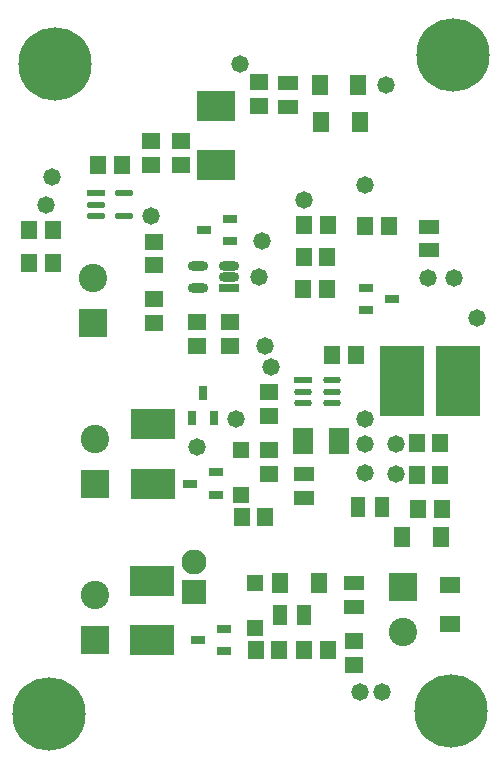
<source format=gts>
%FSTAX24Y24*%
%MOIN*%
%SFA1B1*%

%IPPOS*%
%AMD26*
4,1,8,0.019200,0.011100,-0.019200,0.011100,-0.030300,0.000000,-0.030300,0.000000,-0.019200,-0.011100,0.019200,-0.011100,0.030300,0.000000,0.030300,0.000000,0.019200,0.011100,0.0*
1,1,0.022200,0.019200,0.000000*
1,1,0.022200,-0.019200,0.000000*
1,1,0.022200,-0.019200,0.000000*
1,1,0.022200,0.019200,0.000000*
%
%AMD28*
4,1,8,0.022400,0.009800,-0.022400,0.009800,-0.032200,0.000000,-0.032200,0.000000,-0.022400,-0.009800,0.022400,-0.009800,0.032200,0.000000,0.032200,0.000000,0.022400,0.009800,0.0*
1,1,0.019600,0.022400,0.000000*
1,1,0.019600,-0.022400,0.000000*
1,1,0.019600,-0.022400,0.000000*
1,1,0.019600,0.022400,0.000000*
%
%AMD52*
4,1,8,-0.019200,-0.015100,0.019200,-0.015100,0.034300,0.000000,0.034300,0.000000,0.019200,0.015100,-0.019200,0.015100,-0.034300,0.000000,-0.034300,0.000000,-0.019200,-0.015100,0.0*
1,1,0.030200,-0.019200,0.000000*
1,1,0.030200,0.019200,0.000000*
1,1,0.030200,0.019200,0.000000*
1,1,0.030200,-0.019200,0.000000*
%
%ADD25R,0.060600X0.022300*%
G04~CAMADD=26~8~0.0~0.0~606.0~223.0~111.0~0.0~15~0.0~0.0~0.0~0.0~0~0.0~0.0~0.0~0.0~0~0.0~0.0~0.0~0.0~606.0~223.0*
%ADD26D26*%
%ADD27R,0.064500X0.019700*%
G04~CAMADD=28~8~0.0~0.0~645.0~197.0~98.0~0.0~15~0.0~0.0~0.0~0.0~0~0.0~0.0~0.0~0.0~0~0.0~0.0~0.0~0.0~645.0~197.0*
%ADD28D28*%
%ADD44R,0.067100X0.047400*%
%ADD45R,0.047400X0.067100*%
%ADD46R,0.055200X0.067100*%
%ADD47R,0.067100X0.055200*%
%ADD48R,0.126000X0.098400*%
%ADD49R,0.145700X0.098400*%
%ADD50R,0.051300X0.031600*%
%ADD51R,0.031600X0.051300*%
G04~CAMADD=52~8~0.0~0.0~686.0~303.0~151.0~0.0~15~0.0~0.0~0.0~0.0~0~0.0~0.0~0.0~0.0~0~0.0~0.0~0.0~180.0~685.0~302.0*
%ADD52D52*%
%ADD53R,0.068600X0.030300*%
%ADD54R,0.056000X0.055200*%
%ADD55R,0.145800X0.232400*%
%ADD56R,0.063100X0.055200*%
%ADD57R,0.055200X0.063100*%
%ADD58R,0.071000X0.086700*%
%ADD59R,0.055200X0.063100*%
%ADD60R,0.063100X0.055200*%
%ADD61C,0.244200*%
%ADD62C,0.082800*%
%ADD63R,0.082800X0.082800*%
%ADD64C,0.094600*%
%ADD65R,0.094600X0.094600*%
%ADD66C,0.058000*%
%LNpcb_iot_source-1*%
%LPD*%
G54D25*
X009836Y012549D03*
G54D26*
X009836Y012175D03*
Y011801D03*
X010793D03*
Y012175D03*
Y012549D03*
G54D27*
X002946Y01878D03*
G54D28*
X002946Y018406D03*
Y018032D03*
X003865D03*
Y01878D03*
G54D44*
X009882Y008632D03*
Y009419D03*
X00935Y021663D03*
Y022451D03*
X011555Y005002D03*
Y005789D03*
X014026Y01688D03*
Y017667D03*
G54D45*
X012461Y008317D03*
X011673D03*
X009872Y004715D03*
X009085D03*
G54D46*
X010439Y021152D03*
X011726D03*
X0104Y022411D03*
X011687D03*
X013142Y007333D03*
X014429D03*
X010372Y005789D03*
X009085D03*
G54D47*
X014744Y005719D03*
Y004431D03*
G54D48*
X006949Y021703D03*
Y019734D03*
G54D49*
X004852Y00911D03*
Y011079D03*
X004813Y003888D03*
Y005856D03*
G54D50*
X006066Y00911D03*
X006926Y00948D03*
Y00874D03*
X012802Y015256D03*
X011942Y014886D03*
Y015626D03*
X006332Y003898D03*
X007192Y004268D03*
Y003528D03*
X006539Y017569D03*
X007398Y017939D03*
Y017199D03*
G54D51*
X006516Y012143D03*
X006886Y011283D03*
X006146D03*
G54D52*
X006332Y01562D03*
Y016368D03*
X007388D03*
Y015994D03*
G54D53*
X007388Y01562D03*
G54D54*
X007785Y010238D03*
Y008738D03*
X008248Y005789D03*
Y004289D03*
G54D55*
X015Y01253D03*
X01315D03*
G54D56*
X008691Y011378D03*
Y012165D03*
X008711Y010226D03*
Y009439D03*
X008366Y021703D03*
Y02249D03*
X007421Y014498D03*
Y013711D03*
X004872Y014468D03*
Y015256D03*
Y016383D03*
Y017171D03*
X011555Y003858D03*
Y003071D03*
G54D57*
X013681Y008278D03*
X014468D03*
X007795Y007982D03*
X008583D03*
X003799Y019734D03*
X003012D03*
X01064Y0156D03*
X009852D03*
X012697Y017687D03*
X011909D03*
X01065Y016663D03*
X009862D03*
X010659Y017736D03*
X009872D03*
X009882Y003553D03*
X010669D03*
X008257Y003554D03*
X009044D03*
G54D58*
X009852Y010541D03*
X011033D03*
G54D59*
X010807Y013396D03*
X011594D03*
X014419Y010453D03*
X013632D03*
X014419Y0094D03*
X013632D03*
X001506Y016476D03*
X000719D03*
X001506Y017549D03*
X000719D03*
G54D60*
X004783Y019734D03*
Y020522D03*
X005768Y019734D03*
Y020522D03*
X006319Y014498D03*
Y013711D03*
G54D61*
X001358Y001427D03*
X001575Y0231D03*
X014823Y023396D03*
X014783Y001545D03*
G54D62*
X006191Y006496D03*
G54D63*
X006191Y005496D03*
G54D64*
X002904Y01061D03*
X002835Y015969D03*
X002904Y005384D03*
X013159Y004163D03*
G54D65*
X002904Y00911D03*
X002835Y014468D03*
X002904Y003884D03*
X013159Y005663D03*
G54D66*
X013996Y015949D03*
X011909Y019065D03*
X006293Y010335D03*
X009872Y018553D03*
X012608Y022411D03*
X008563Y013711D03*
X01565Y014626D03*
X012461Y002169D03*
X011752D03*
X014862Y015949D03*
X00876Y013002D03*
X007618Y01127D03*
X011915D03*
Y009459D03*
Y010443D03*
X012933D03*
Y009419D03*
X004783Y018041D03*
X007736Y023081D03*
X001476Y019341D03*
X008366Y015984D03*
X00126Y018396D03*
X008484Y017205D03*
M02*
</source>
